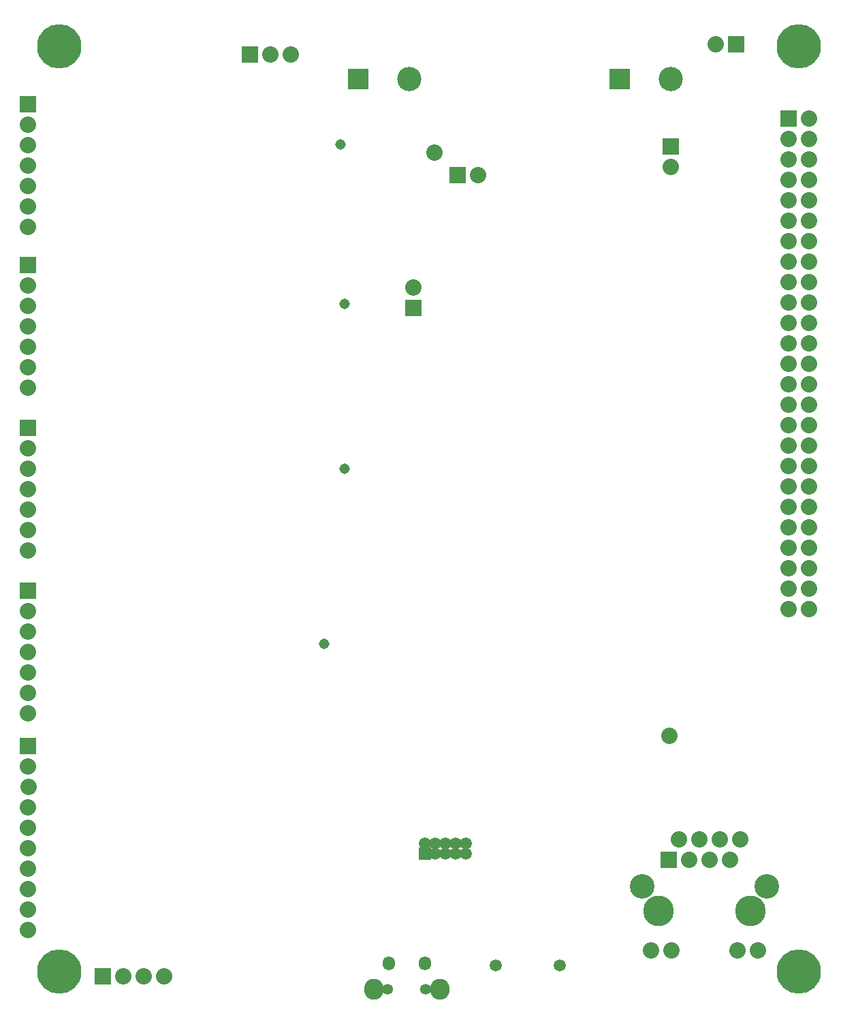
<source format=gbs>
G04 (created by PCBNEW-RS274X (2012-01-19 BZR 3256)-stable) date 19/07/2014 16:24:45*
G01*
G70*
G90*
%MOIN*%
G04 Gerber Fmt 3.4, Leading zero omitted, Abs format*
%FSLAX34Y34*%
G04 APERTURE LIST*
%ADD10C,0.006000*%
%ADD11C,0.216900*%
%ADD12R,0.098700X0.098700*%
%ADD13C,0.118400*%
%ADD14O,0.059400X0.069200*%
%ADD15O,0.094800X0.102700*%
%ADD16C,0.053500*%
%ADD17R,0.080000X0.080000*%
%ADD18C,0.080000*%
%ADD19R,0.059400X0.059400*%
%ADD20C,0.059400*%
%ADD21C,0.149900*%
%ADD22C,0.120000*%
%ADD23C,0.051500*%
G04 APERTURE END LIST*
G54D10*
G54D11*
X02754Y01575D03*
G54D12*
X17390Y45236D03*
G54D13*
X19890Y45236D03*
G54D14*
X18905Y01968D03*
X20657Y01968D03*
G54D15*
X21395Y00716D03*
X18167Y00716D03*
G54D16*
X20716Y00716D03*
X18846Y00716D03*
G54D17*
X12114Y46430D03*
G54D18*
X13114Y46430D03*
X14114Y46430D03*
G54D17*
X01248Y44019D03*
G54D18*
X01248Y43019D03*
X01248Y42019D03*
X01248Y41019D03*
X01248Y40019D03*
X01248Y39019D03*
X01248Y38019D03*
G54D17*
X01248Y36143D03*
G54D18*
X01248Y35143D03*
X01248Y34143D03*
X01248Y33143D03*
X01248Y32143D03*
X01248Y31143D03*
X01248Y30143D03*
G54D17*
X01248Y28170D03*
G54D18*
X01248Y27170D03*
X01248Y26170D03*
X01248Y25170D03*
X01248Y24170D03*
X01248Y23170D03*
X01248Y22170D03*
G54D17*
X01248Y20199D03*
G54D18*
X01248Y19199D03*
X01248Y18199D03*
X01248Y17199D03*
X01248Y16199D03*
X01248Y15199D03*
X01248Y14199D03*
G54D17*
X35911Y46929D03*
G54D18*
X34911Y46929D03*
G54D19*
X20651Y07329D03*
G54D20*
X20651Y07829D03*
X21151Y07329D03*
X21151Y07829D03*
X21651Y07329D03*
X21651Y07829D03*
X22151Y07329D03*
X22151Y07829D03*
X22651Y07329D03*
X22651Y07829D03*
X24140Y01870D03*
X27282Y01870D03*
G54D17*
X38474Y43299D03*
G54D18*
X39474Y43299D03*
X38474Y38299D03*
X39474Y42299D03*
X38474Y37299D03*
X39474Y41299D03*
X38474Y36299D03*
X39474Y40299D03*
X38474Y35299D03*
X39474Y39299D03*
X38474Y34299D03*
X39474Y38299D03*
X38474Y33299D03*
X39474Y37299D03*
X38474Y32299D03*
X39474Y36299D03*
X38474Y31299D03*
X39474Y35299D03*
X38474Y30299D03*
X39474Y34299D03*
X38474Y29299D03*
X39474Y33299D03*
X38474Y28299D03*
X39474Y32299D03*
X39474Y31299D03*
X38474Y27299D03*
X39474Y30299D03*
X39474Y28299D03*
X39474Y27299D03*
X39474Y26299D03*
X39474Y25299D03*
X38474Y26299D03*
X38474Y25299D03*
X38474Y42299D03*
X38474Y41299D03*
X38474Y40299D03*
X38474Y39299D03*
X38474Y24299D03*
X39474Y24299D03*
X39474Y29299D03*
X38474Y23299D03*
X39474Y23299D03*
X38474Y22299D03*
X39474Y22299D03*
X38474Y21299D03*
X39474Y21299D03*
X38474Y20299D03*
X39474Y20299D03*
X38474Y19299D03*
X39474Y19299D03*
G54D21*
X32098Y04528D03*
X36598Y04528D03*
G54D18*
X36098Y08028D03*
X35600Y07028D03*
X35098Y08028D03*
X34600Y07028D03*
X34098Y08028D03*
X33600Y07028D03*
X33098Y08028D03*
G54D22*
X31298Y05729D03*
X37398Y05728D03*
G54D18*
X35956Y02599D03*
X32740Y02599D03*
X36956Y02599D03*
X31740Y02599D03*
G54D17*
X32600Y07028D03*
G54D23*
X16730Y26181D03*
X16533Y42028D03*
X16730Y34252D03*
X15746Y17618D03*
G54D17*
X32696Y41944D03*
G54D18*
X32696Y40944D03*
G54D17*
X20089Y34050D03*
G54D18*
X20089Y35050D03*
X32638Y13104D03*
X21148Y41630D03*
G54D17*
X22280Y40558D03*
G54D18*
X23280Y40558D03*
G54D12*
X30205Y45236D03*
G54D13*
X32705Y45236D03*
G54D17*
X04888Y01328D03*
G54D18*
X05888Y01328D03*
X06888Y01328D03*
X07888Y01328D03*
G54D17*
X01248Y12617D03*
G54D18*
X01248Y11617D03*
X01256Y10617D03*
X01248Y09617D03*
X01248Y08617D03*
X01248Y07617D03*
X01248Y06617D03*
X01248Y05617D03*
X01248Y04617D03*
X01248Y03617D03*
G54D11*
X38974Y46850D03*
X38974Y01575D03*
X02754Y46850D03*
M02*

</source>
